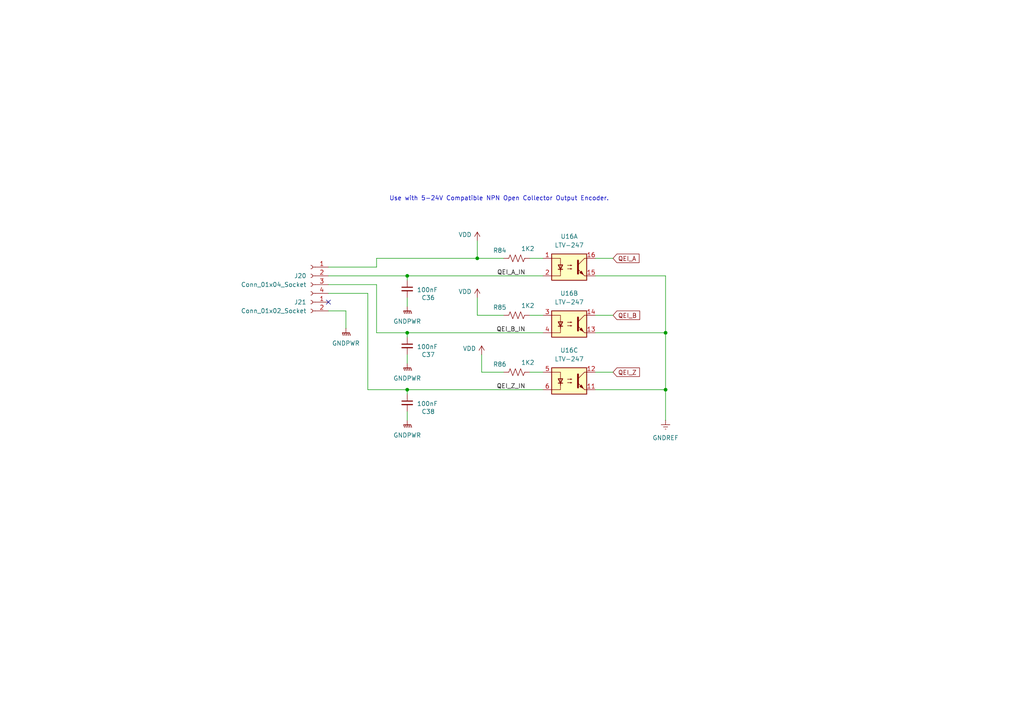
<source format=kicad_sch>
(kicad_sch (version 20250114) (generator "eeschema") (generator_version "9.0")
  (paper "A4")
  (lib_symbols
    (symbol "Connector:Conn_01x02_Socket" (pin_names (offset 1.016) (hide yes))
      (property "Reference" "J" (at 0 2.54 0))
      (property "Value" "Conn_01x02_Socket" (at 0 -5.08 0))
      (symbol "Conn_01x02_Socket_1_1"
        (polyline (pts (xy -1.27 0) (xy -0.508 0)) (stroke (width 0.1524)))
        (polyline (pts (xy -1.27 -2.54) (xy -0.508 -2.54)) (stroke (width 0.1524)))
        (arc (start 0 -0.508) (mid -0.5058 0) (end 0 0.508) (stroke (width 0.1524)))
        (arc (start 0 -3.048) (mid -0.5058 -2.54) (end 0 -2.032) (stroke (width 0.1524)))
        (pin passive line (at -5.08 0 0) (length 3.81) (name "Pin_1") (number "1"))
        (pin passive line (at -5.08 -2.54 0) (length 3.81) (name "Pin_2") (number "2"))
      )
    )
    (symbol "Connector:Conn_01x04_Socket" (pin_names (offset 1.016) (hide yes))
      (property "Reference" "J" (at 0 5.08 0))
      (property "Value" "Conn_01x04_Socket" (at 0 -7.62 0))
      (symbol "Conn_01x04_Socket_1_1"
        (polyline (pts (xy -1.27 2.54) (xy -0.508 2.54)) (stroke (width 0.1524)))
        (polyline (pts (xy -1.27 0) (xy -0.508 0)) (stroke (width 0.1524)))
        (polyline (pts (xy -1.27 -2.54) (xy -0.508 -2.54)) (stroke (width 0.1524)))
        (polyline (pts (xy -1.27 -5.08) (xy -0.508 -5.08)) (stroke (width 0.1524)))
        (arc (start 0 2.032) (mid -0.5058 2.54) (end 0 3.048) (stroke (width 0.1524)))
        (arc (start 0 -0.508) (mid -0.5058 0) (end 0 0.508) (stroke (width 0.1524)))
        (arc (start 0 -3.048) (mid -0.5058 -2.54) (end 0 -2.032) (stroke (width 0.1524)))
        (arc (start 0 -5.588) (mid -0.5058 -5.08) (end 0 -4.572) (stroke (width 0.1524)))
        (pin passive line (at -5.08 2.54 0) (length 3.81) (name "Pin_1") (number "1"))
        (pin passive line (at -5.08 0 0) (length 3.81) (name "Pin_2") (number "2"))
        (pin passive line (at -5.08 -2.54 0) (length 3.81) (name "Pin_3") (number "3"))
        (pin passive line (at -5.08 -5.08 0) (length 3.81) (name "Pin_4") (number "4"))
      )
    )
    (symbol "Device:C_Small" (pin_numbers (hide yes)) (pin_names (offset 0.254) (hide yes))
      (property "Reference" "C" (at 0.254 1.778 0))
      (property "Value" "C_Small" (at 0.254 -2.032 0))
      (symbol "C_Small_0_1"
        (polyline (pts (xy -1.524 0.508) (xy 1.524 0.508)) (stroke (width 0.3048)))
        (polyline (pts (xy -1.524 -0.508) (xy 1.524 -0.508)) (stroke (width 0.3302)))
      )
      (symbol "C_Small_1_1"
        (pin passive line (at 0 2.54 270) (length 2.032) (name "~") (number "1"))
        (pin passive line (at 0 -2.54 90) (length 2.032) (name "~") (number "2"))
      )
    )
    (symbol "Device:R_US" (pin_numbers (hide yes)) (pin_names (offset 0))
      (property "Reference" "R" (at 2.54 0 90))
      (property "Value" "R_US" (at -2.54 0 90))
      (symbol "R_US_0_1"
        (polyline (pts (xy 0 2.286) (xy 0 2.54)))
        (polyline (pts (xy 0 2.286) (xy 1.016 1.905) (xy 0 1.524) (xy -1.016 1.143) (xy 0 0.762)))
        (polyline (pts (xy 0 0.762) (xy 1.016 0.381) (xy 0 0) (xy -1.016 -0.381) (xy 0 -0.762)))
        (polyline (pts (xy 0 -0.762) (xy 1.016 -1.143) (xy 0 -1.524) (xy -1.016 -1.905) (xy 0 -2.286)))
        (polyline (pts (xy 0 -2.286) (xy 0 -2.54)))
      )
      (symbol "R_US_1_1"
        (pin passive line (at 0 3.81 270) (length 1.27) (name "~") (number "1"))
        (pin passive line (at 0 -3.81 90) (length 1.27) (name "~") (number "2"))
      )
    )
    (symbol "Isolator:LTV-247"
      (property "Reference" "U" (at -5.08 5.08 0))
      (property "Value" "LTV-247" (at 0 5.08 0))
      (symbol "LTV-247_0_1"
        (rectangle (start -5.08 3.81) (end 5.08 -3.81) (stroke (width 0.254)) (fill (type background)))
        (polyline (pts (xy -5.08 2.54) (xy -2.54 2.54) (xy -2.54 -1.27) (xy -2.54 0.635)))
        (polyline (pts (xy -3.175 -0.635) (xy -1.905 -0.635)) (stroke (width 0.254)))
        (polyline (pts (xy -2.54 -0.635) (xy -2.54 -2.54) (xy -5.08 -2.54)))
        (polyline (pts (xy -2.54 -0.635) (xy -3.175 0.635) (xy -1.905 0.635) (xy -2.54 -0.635)) (stroke (width 0.254)))
        (polyline (pts (xy -0.508 0.508) (xy 0.762 0.508) (xy 0.381 0.381) (xy 0.381 0.635) (xy 0.762 0.508)))
        (polyline (pts (xy -0.508 -0.508) (xy 0.762 -0.508) (xy 0.381 -0.635) (xy 0.381 -0.381) (xy 0.762 -0.508)))
        (polyline (pts (xy 2.54 1.905) (xy 2.54 -1.905) (xy 2.54 -1.905)) (stroke (width 0.508)))
        (polyline (pts (xy 2.54 0.635) (xy 4.445 2.54)))
        (polyline (pts (xy 3.048 -1.651) (xy 3.556 -1.143) (xy 4.064 -2.159) (xy 3.048 -1.651) (xy 3.048 -1.651)) (fill (type outline)))
        (polyline (pts (xy 4.445 2.54) (xy 5.08 2.54)))
        (polyline (pts (xy 4.445 -2.54) (xy 2.54 -0.635)) (fill (type outline)))
        (polyline (pts (xy 4.445 -2.54) (xy 5.08 -2.54)))
      )
      (symbol "LTV-247_1_1"
        (pin passive line (at -7.62 2.54 0) (length 2.54) (name "~") (number "1"))
        (pin passive line (at -7.62 -2.54 0) (length 2.54) (name "~") (number "2"))
        (pin passive line (at 7.62 2.54 180) (length 2.54) (name "~") (number "16"))
        (pin passive line (at 7.62 -2.54 180) (length 2.54) (name "~") (number "15"))
      )
      (symbol "LTV-247_2_1"
        (pin passive line (at -7.62 2.54 0) (length 2.54) (name "~") (number "3"))
        (pin passive line (at -7.62 -2.54 0) (length 2.54) (name "~") (number "4"))
        (pin passive line (at 7.62 2.54 180) (length 2.54) (name "~") (number "14"))
        (pin passive line (at 7.62 -2.54 180) (length 2.54) (name "~") (number "13"))
      )
      (symbol "LTV-247_3_1"
        (pin passive line (at -7.62 2.54 0) (length 2.54) (name "~") (number "5"))
        (pin passive line (at -7.62 -2.54 0) (length 2.54) (name "~") (number "6"))
        (pin passive line (at 7.62 2.54 180) (length 2.54) (name "~") (number "12"))
        (pin passive line (at 7.62 -2.54 180) (length 2.54) (name "~") (number "11"))
      )
      (symbol "LTV-247_4_1"
        (pin passive line (at -7.62 2.54 0) (length 2.54) (name "~") (number "7"))
        (pin passive line (at -7.62 -2.54 0) (length 2.54) (name "~") (number "8"))
        (pin passive line (at 7.62 2.54 180) (length 2.54) (name "~") (number "10"))
        (pin passive line (at 7.62 -2.54 180) (length 2.54) (name "~") (number "9"))
      )
    )
    (symbol "power:GNDPWR" (power) (pin_numbers (hide yes)) (pin_names (offset 0) (hide yes))
      (property "Value" "GNDPWR" (at 0 -3.302 0))
      (symbol "GNDPWR_0_1"
        (polyline (pts (xy -1.016 -1.27) (xy -1.27 -2.032) (xy -1.27 -2.032)) (stroke (width 0.2032)))
        (polyline (pts (xy -0.508 -1.27) (xy -0.762 -2.032) (xy -0.762 -2.032)) (stroke (width 0.2032)))
        (polyline (pts (xy 0 -1.27) (xy 0 0)))
        (polyline (pts (xy 0 -1.27) (xy -0.254 -2.032) (xy -0.254 -2.032)) (stroke (width 0.2032)))
        (polyline (pts (xy 0.508 -1.27) (xy 0.254 -2.032) (xy 0.254 -2.032)) (stroke (width 0.2032)))
        (polyline (pts (xy 1.016 -1.27) (xy -1.016 -1.27) (xy -1.016 -1.27)) (stroke (width 0.2032)))
        (polyline (pts (xy 1.016 -1.27) (xy 0.762 -2.032) (xy 0.762 -2.032) (xy 0.762 -2.032)) (stroke (width 0.2032)))
      )
      (symbol "GNDPWR_1_1"
        (pin power_in line (at 0 0 270) (length 0) (name "~") (number "1"))
      )
    )
    (symbol "power:GNDREF" (power) (pin_numbers (hide yes)) (pin_names (offset 0) (hide yes))
      (property "Value" "GNDREF" (at 0 -3.81 0))
      (symbol "GNDREF_0_1"
        (polyline (pts (xy -0.635 -1.905) (xy 0.635 -1.905)))
        (polyline (pts (xy -0.127 -2.54) (xy 0.127 -2.54)))
        (polyline (pts (xy 0 -1.27) (xy 0 0)))
        (polyline (pts (xy 1.27 -1.27) (xy -1.27 -1.27)))
      )
      (symbol "GNDREF_1_1"
        (pin power_in line (at 0 0 270) (length 0) (name "~") (number "1"))
      )
    )
    (symbol "power:VDD" (power) (pin_numbers (hide yes)) (pin_names (offset 0) (hide yes))
      (property "Value" "VDD" (at 0 3.556 0))
      (symbol "VDD_0_1"
        (polyline (pts (xy -0.762 1.27) (xy 0 2.54)))
        (polyline (pts (xy 0 2.54) (xy 0.762 1.27)))
        (polyline (pts (xy 0 0) (xy 0 2.54)))
      )
      (symbol "VDD_1_1"
        (pin power_in line (at 0 0 90) (length 0) (name "~") (number "1"))
      )
    )
  )
  (text "Use with 5-24V Compatible NPN Open Collector Output Encoder.\n" (at 144.78 57.658 0) (effects (font (size 1.27 1.27))))
  (junction (at 138.43 74.93))
  (junction (at 118.11 113.03))
  (junction (at 193.04 96.52))
  (junction (at 118.11 96.52))
  (junction (at 193.04 113.03))
  (junction (at 118.11 80.01))
  (no_connect (at 95.25 87.63))
  (wire (pts (xy 138.43 86.36) (xy 138.43 91.44)))
  (wire (pts (xy 118.11 81.28) (xy 118.11 80.01)))
  (wire (pts (xy 106.68 85.09) (xy 106.68 113.03)))
  (wire (pts (xy 118.11 80.01) (xy 157.48 80.01)))
  (wire (pts (xy 139.7 107.95) (xy 146.05 107.95)))
  (wire (pts (xy 193.04 113.03) (xy 193.04 121.92)))
  (wire (pts (xy 95.25 80.01) (xy 118.11 80.01)))
  (wire (pts (xy 172.72 74.93) (xy 177.8 74.93)))
  (wire (pts (xy 109.22 82.55) (xy 109.22 96.52)))
  (wire (pts (xy 118.11 113.03) (xy 157.48 113.03)))
  (wire (pts (xy 118.11 96.52) (xy 157.48 96.52)))
  (wire (pts (xy 109.22 74.93) (xy 138.43 74.93)))
  (wire (pts (xy 172.72 113.03) (xy 193.04 113.03)))
  (wire (pts (xy 118.11 113.03) (xy 118.11 114.3)))
  (wire (pts (xy 100.33 90.17) (xy 100.33 95.25)))
  (wire (pts (xy 172.72 91.44) (xy 177.8 91.44)))
  (wire (pts (xy 138.43 91.44) (xy 146.05 91.44)))
  (wire (pts (xy 118.11 86.36) (xy 118.11 88.9)))
  (wire (pts (xy 95.25 77.47) (xy 109.22 77.47)))
  (wire (pts (xy 109.22 96.52) (xy 118.11 96.52)))
  (wire (pts (xy 118.11 119.38) (xy 118.11 121.92)))
  (wire (pts (xy 193.04 80.01) (xy 193.04 96.52)))
  (wire (pts (xy 100.33 90.17) (xy 95.25 90.17)))
  (wire (pts (xy 95.25 85.09) (xy 106.68 85.09)))
  (wire (pts (xy 118.11 97.79) (xy 118.11 96.52)))
  (wire (pts (xy 138.43 74.93) (xy 146.05 74.93)))
  (wire (pts (xy 139.7 102.87) (xy 139.7 107.95)))
  (wire (pts (xy 172.72 107.95) (xy 177.8 107.95)))
  (wire (pts (xy 193.04 96.52) (xy 193.04 113.03)))
  (wire (pts (xy 138.43 69.85) (xy 138.43 74.93)))
  (wire (pts (xy 118.11 102.87) (xy 118.11 105.41)))
  (wire (pts (xy 106.68 113.03) (xy 118.11 113.03)))
  (wire (pts (xy 172.72 80.01) (xy 193.04 80.01)))
  (wire (pts (xy 172.72 96.52) (xy 193.04 96.52)))
  (wire (pts (xy 109.22 74.93) (xy 109.22 77.47)))
  (wire (pts (xy 95.25 82.55) (xy 109.22 82.55)))
  (wire (pts (xy 153.67 74.93) (xy 157.48 74.93)))
  (wire (pts (xy 153.67 107.95) (xy 157.48 107.95)))
  (wire (pts (xy 153.67 91.44) (xy 157.48 91.44)))
  (label "QEI_Z_IN" (at 152.4 113.03 180))
  (label "QEI_B_IN" (at 152.4 96.52 180))
  (label "QEI_A_IN" (at 152.4 80.01 180))
  (global_label "QEI_A" (shape input) (at 177.8 74.93 0) (property "Intersheetrefs" "${INTERSHEET_REFS}" (effects (hide yes))))
  (global_label "QEI_B" (shape input) (at 177.8 91.44 0) (property "Intersheetrefs" "${INTERSHEET_REFS}" (effects (hide yes))))
  (global_label "QEI_Z" (shape input) (at 177.8 107.95 0) (property "Intersheetrefs" "${INTERSHEET_REFS}" (effects (hide yes))))
  (symbol (lib_id "Connector:Conn_01x04_Socket") (at 90.17 80.01 0) (mirror y) (unit 1)
    (property "Reference" "J20" (at 88.9 80.0099 0) (effects (justify left)))
    (property "Value" "Conn_01x04_Socket" (at 88.9 82.5499 0) (effects (justify left)))
    (property "Footprint" "Amphenol QT:QT04ADP83V0000G" (effects (hide yes)))
    (property "Description" "Generic connector, single row, 01x04, script generated" (effects (hide yes)))
    (property "Digikey Part Number" "1818-QT04ADP83V0000G-ND" (effects (hide yes)))
    (property "Digikey URL" "https://www.digikey.com.au/en/products/detail/amphenol-anytek/QT04ADP83V0000G/25618782" (effects (hide yes)))
  )
  (symbol (lib_id "Isolator:LTV-247") (at 165.1 93.98 0) (unit 2)
    (property "Reference" "U16" (at 165.1 85.09 0))
    (property "Value" "LTV-247" (at 165.1 87.63 0))
    (property "Footprint" "Package_SO:SOP-16_4.4x10.4mm_P1.27mm" (effects (hide yes)))
    (property "Datasheet" "http://optoelectronics.liteon.com/upload/download/DS70-2009-0014/LTV-2X7%20sereis%20Mar17.PDF" (effects (hide yes)))
    (property "Description" "DC Quad Optocoupler, Vce 80V, CTR 100-600%, SOP-16" (effects (hide yes)))
    (property "Digikey Part Number" "160-2255-1-ND" (effects (hide yes)))
    (property "Digikey URL" "https://www.digikey.com.au/en/products/detail/lite-on-inc/ltv-247/4307982" (effects (hide yes)))
  )
  (symbol (lib_id "Device:R_US") (at 149.86 107.95 270) (unit 1)
    (property "Reference" "R86" (at 143.002 105.664 90) (effects (justify left)))
    (property "Value" "1K2" (at 151.13 105.156 90) (effects (justify left)))
    (property "Footprint" "Resistor_SMD:R_1206_3216Metric_Pad1.30x1.75mm_HandSolder" (effects (hide yes)))
    (property "Description" "Resistor, US symbol" (effects (hide yes)))
    (property "Digikey Part Number" "RMCF1206JT1K20CT-ND" (effects (hide yes)))
    (property "Digikey URL" "https://www.digikey.com.au/en/products/detail/stackpole-electronics-inc/RMCF1206JT1K20/1757347" (effects (hide yes)))
  )
  (symbol (lib_id "power:VDD") (at 138.43 69.85 0) (unit 1)
    (property "Reference" "#PWR0228" (effects (hide yes)))
    (property "Value" "VDD" (at 134.874 68.072 0))
    (property "Description" "Power symbol creates a global label with name \"VDD\"" (effects (hide yes)))
  )
  (symbol (lib_id "Device:C_Small") (at 118.11 116.84 0) (unit 1)
    (property "Reference" "C38" (at 124.206 119.38 0))
    (property "Value" "100nF" (at 123.952 117.094 0))
    (property "Footprint" "Capacitor_SMD:C_1206_3216Metric_Pad1.33x1.80mm_HandSolder" (effects (hide yes)))
    (property "Description" "Unpolarized capacitor, small symbol" (effects (hide yes)))
    (property "Digikey Part Number" "399-C1206C104K5RACTUCT-ND " (effects (hide yes)))
    (property "Digikey URL" "https://www.digikey.com.au/en/products/detail/kemet/C1206C104K5RACTU/411248 " (effects (hide yes)))
  )
  (symbol (lib_id "Connector:Conn_01x02_Socket") (at 90.17 87.63 0) (mirror y) (unit 1)
    (property "Reference" "J21" (at 88.9 87.6299 0) (effects (justify left)))
    (property "Value" "Conn_01x02_Socket" (at 88.9 90.1699 0) (effects (justify left)))
    (property "Footprint" "Amphenol QT:QT02ADP83V0000G" (effects (hide yes)))
    (property "Description" "Generic connector, single row, 01x02, script generated" (effects (hide yes)))
    (property "Digikey Part Number" "1818-QT02ADP83V0000G-ND" (effects (hide yes)))
    (property "Digikey URL" "https://www.digikey.com.au/en/products/detail/amphenol-anytek/QT02ADP83V0000G/25618889" (effects (hide yes)))
  )
  (symbol (lib_id "power:VDD") (at 138.43 86.36 0) (unit 1)
    (property "Reference" "#PWR0229" (effects (hide yes)))
    (property "Value" "VDD" (at 134.874 84.582 0))
    (property "Description" "Power symbol creates a global label with name \"VDD\"" (effects (hide yes)))
  )
  (symbol (lib_id "power:GNDPWR") (at 118.11 88.9 0) (mirror y) (unit 1) (on_board no)
    (property "Reference" "#PWR0200" (effects (hide yes)))
    (property "Value" "GNDPWR" (at 118.11 93.218 0))
    (property "Description" "Power symbol creates a global label with name \"GNDPWR\" , global ground" (effects (hide yes)))
  )
  (symbol (lib_id "Device:C_Small") (at 118.11 100.33 0) (unit 1)
    (property "Reference" "C37" (at 124.206 102.87 0))
    (property "Value" "100nF" (at 123.952 100.584 0))
    (property "Footprint" "Capacitor_SMD:C_1206_3216Metric_Pad1.33x1.80mm_HandSolder" (effects (hide yes)))
    (property "Description" "Unpolarized capacitor, small symbol" (effects (hide yes)))
    (property "Digikey Part Number" "399-C1206C104K5RACTUCT-ND " (effects (hide yes)))
    (property "Digikey URL" "https://www.digikey.com.au/en/products/detail/kemet/C1206C104K5RACTU/411248 " (effects (hide yes)))
  )
  (symbol (lib_id "power:VDD") (at 139.7 102.87 0) (unit 1)
    (property "Reference" "#PWR0230" (effects (hide yes)))
    (property "Value" "VDD" (at 136.144 101.092 0))
    (property "Description" "Power symbol creates a global label with name \"VDD\"" (effects (hide yes)))
  )
  (symbol (lib_id "Device:R_US") (at 149.86 91.44 270) (unit 1)
    (property "Reference" "R85" (at 143.002 89.154 90) (effects (justify left)))
    (property "Value" "1K2" (at 151.13 88.646 90) (effects (justify left)))
    (property "Footprint" "Resistor_SMD:R_1206_3216Metric_Pad1.30x1.75mm_HandSolder" (effects (hide yes)))
    (property "Description" "Resistor, US symbol" (effects (hide yes)))
    (property "Digikey Part Number" "RMCF1206JT1K20CT-ND" (effects (hide yes)))
    (property "Digikey URL" "https://www.digikey.com.au/en/products/detail/stackpole-electronics-inc/RMCF1206JT1K20/1757347" (effects (hide yes)))
  )
  (symbol (lib_id "power:GNDPWR") (at 100.33 95.25 0) (mirror y) (unit 1) (on_board no)
    (property "Reference" "#PWR0199" (effects (hide yes)))
    (property "Value" "GNDPWR" (at 100.33 99.568 0))
    (property "Description" "Power symbol creates a global label with name \"GNDPWR\" , global ground" (effects (hide yes)))
  )
  (symbol (lib_id "Device:C_Small") (at 118.11 83.82 0) (unit 1)
    (property "Reference" "C36" (at 124.206 86.36 0))
    (property "Value" "100nF" (at 123.952 84.074 0))
    (property "Footprint" "Capacitor_SMD:C_1206_3216Metric_Pad1.33x1.80mm_HandSolder" (effects (hide yes)))
    (property "Description" "Unpolarized capacitor, small symbol" (effects (hide yes)))
    (property "Digikey Part Number" "399-C1206C104K5RACTUCT-ND " (effects (hide yes)))
    (property "Digikey URL" "https://www.digikey.com.au/en/products/detail/kemet/C1206C104K5RACTU/411248 " (effects (hide yes)))
  )
  (symbol (lib_id "Isolator:LTV-247") (at 165.1 110.49 0) (unit 3)
    (property "Reference" "U16" (at 165.1 101.6 0))
    (property "Value" "LTV-247" (at 165.1 104.14 0))
    (property "Footprint" "Package_SO:SOP-16_4.4x10.4mm_P1.27mm" (effects (hide yes)))
    (property "Datasheet" "http://optoelectronics.liteon.com/upload/download/DS70-2009-0014/LTV-2X7%20sereis%20Mar17.PDF" (effects (hide yes)))
    (property "Description" "DC Quad Optocoupler, Vce 80V, CTR 100-600%, SOP-16" (effects (hide yes)))
    (property "Digikey Part Number" "160-2255-1-ND" (effects (hide yes)))
    (property "Digikey URL" "https://www.digikey.com.au/en/products/detail/lite-on-inc/ltv-247/4307982" (effects (hide yes)))
  )
  (symbol (lib_id "power:GNDPWR") (at 118.11 121.92 0) (mirror y) (unit 1) (on_board no)
    (property "Reference" "#PWR0202" (effects (hide yes)))
    (property "Value" "GNDPWR" (at 118.11 126.238 0))
    (property "Description" "Power symbol creates a global label with name \"GNDPWR\" , global ground" (effects (hide yes)))
  )
  (symbol (lib_id "power:GNDREF") (at 193.04 121.92 0) (unit 1)
    (property "Reference" "#PWR0203" (effects (hide yes)))
    (property "Value" "GNDREF" (at 193.04 127 0))
    (property "Description" "Power symbol creates a global label with name \"GNDREF\" , reference supply ground" (effects (hide yes)))
  )
  (symbol (lib_id "Isolator:LTV-247") (at 165.1 77.47 0) (unit 1)
    (property "Reference" "U16" (at 165.1 68.58 0))
    (property "Value" "LTV-247" (at 165.1 71.12 0))
    (property "Footprint" "Package_SO:SOP-16_4.4x10.4mm_P1.27mm" (effects (hide yes)))
    (property "Datasheet" "http://optoelectronics.liteon.com/upload/download/DS70-2009-0014/LTV-2X7%20sereis%20Mar17.PDF" (effects (hide yes)))
    (property "Description" "DC Quad Optocoupler, Vce 80V, CTR 100-600%, SOP-16" (effects (hide yes)))
    (property "Digikey Part Number" "160-2255-1-ND" (effects (hide yes)))
    (property "Digikey URL" "https://www.digikey.com.au/en/products/detail/lite-on-inc/ltv-247/4307982" (effects (hide yes)))
  )
  (symbol (lib_id "power:GNDPWR") (at 118.11 105.41 0) (mirror y) (unit 1) (on_board no)
    (property "Reference" "#PWR0201" (effects (hide yes)))
    (property "Value" "GNDPWR" (at 118.11 109.728 0))
    (property "Description" "Power symbol creates a global label with name \"GNDPWR\" , global ground" (effects (hide yes)))
  )
  (symbol (lib_id "Device:R_US") (at 149.86 74.93 270) (unit 1)
    (property "Reference" "R84" (at 143.002 72.644 90) (effects (justify left)))
    (property "Value" "1K2" (at 151.13 72.136 90) (effects (justify left)))
    (property "Footprint" "Resistor_SMD:R_1206_3216Metric_Pad1.30x1.75mm_HandSolder" (effects (hide yes)))
    (property "Description" "Resistor, US symbol" (effects (hide yes)))
    (property "Digikey Part Number" "RMCF1206JT1K20CT-ND" (effects (hide yes)))
    (property "Digikey URL" "https://www.digikey.com.au/en/products/detail/stackpole-electronics-inc/RMCF1206JT1K20/1757347" (effects (hide yes)))
  )
)
</source>
